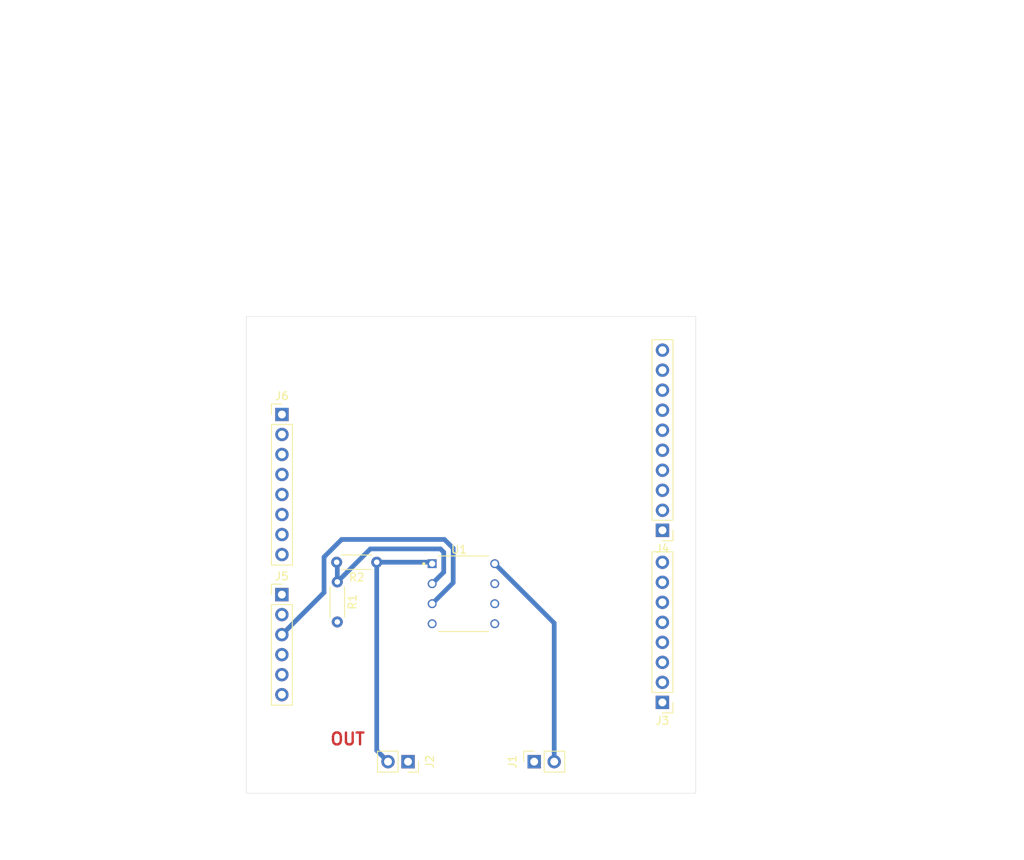
<source format=kicad_pcb>
(kicad_pcb (version 20241229) (generator "pcbnew") (generator_version "9.0")
  (layers (0 "F.Cu" signal) (2 "B.Cu" signal) (13 "F.Paste" user) (15 "B.Paste" user) (5 "F.SilkS" user "F.Silkscreen") (7 "B.SilkS" user "B.Silkscreen") (1 "F.Mask" user) (3 "B.Mask" user) (25 "Edge.Cuts" user))
  (net 0 "")
  (net 1 "GND")
  (net 2 "Net-(J1-Pin_2)")
  (net 3 "Net-(J2-Pin_2)")
  (net 24 "Analog OUT")
  (net 34 "Net-(U1A--)")
  (footprint "Resistor_THT:R_Axial_DIN0204_L3.6mm_D1.6mm_P5.08mm_Horizontal" (layer "F.Cu") (at 160.03 108.19 -90)
    (property "Reference" "R1" (at 2.54 -1.92 90) (layer "F.SilkS"))
    (property "Value" "27k")
    (fp_line (start 0.62 0.92) (end 4.46 0.92) (stroke (width 0.12)) (layer "F.SilkS"))
    (fp_line (start 0.62 -0.92) (end 4.46 -0.92) (stroke (width 0.12)) (layer "F.SilkS"))
    (pad "1" thru_hole circle (at 0 0 270) (size 1.4 1.4) (drill 0.7) (layers "*.Cu" "*.Mask") (net 34 "Net-(U1A--)"))
    (pad "2" thru_hole oval (at 5.08 0 270) (size 1.4 1.4) (drill 0.7) (layers "*.Cu" "*.Mask") (net 1 "GND"))
  )
  (footprint "Resistor_THT:R_Axial_DIN0204_L3.6mm_D1.6mm_P5.08mm_Horizontal" (layer "F.Cu") (at 165.03 105.69 180)
    (property "Reference" "R2" (at 2.54 -1.92 0) (layer "F.SilkS"))
    (property "Value" "10k")
    (fp_line (start 0.62 0.92) (end 4.46 0.92) (stroke (width 0.12)) (layer "F.SilkS"))
    (fp_line (start 0.62 -0.92) (end 4.46 -0.92) (stroke (width 0.12)) (layer "F.SilkS"))
    (pad "1" thru_hole circle (at 0 0 180) (size 1.4 1.4) (drill 0.7) (layers "*.Cu" "*.Mask") (net 3 "Net-(J2-Pin_2)"))
    (pad "2" thru_hole oval (at 5.08 0 180) (size 1.4 1.4) (drill 0.7) (layers "*.Cu" "*.Mask") (net 34 "Net-(U1A--)"))
  )
  (footprint "Connector_PinSocket_2.54mm:PinSocket_1x02_P2.54mm_Vertical" (layer "F.Cu") (at 185 131 90)
    (property "Reference" "J1" (at 0 -2.77 90) (layer "F.SilkS"))
    (property "Value" "ALIM")
    (fp_line (start 1.33 -1.33) (end 1.33 0) (stroke (width 0.12)) (layer "F.SilkS"))
    (fp_line (start 0 -1.33) (end 1.33 -1.33) (stroke (width 0.12)) (layer "F.SilkS"))
    (fp_line (start 1.33 1.27) (end 1.33 3.87) (stroke (width 0.12)) (layer "F.SilkS"))
    (fp_line (start -1.33 1.27) (end 1.33 1.27) (stroke (width 0.12)) (layer "F.SilkS"))
    (fp_line (start -1.33 1.27) (end -1.33 3.87) (stroke (width 0.12)) (layer "F.SilkS"))
    (fp_line (start -1.33 3.87) (end 1.33 3.87) (stroke (width 0.12)) (layer "F.SilkS"))
    (pad "1" thru_hole rect (at 0 0 90) (size 1.7 1.7) (drill 1) (layers "*.Cu" "*.Mask") (net 1 "GND"))
    (pad "2" thru_hole oval (at 0 2.54 90) (size 1.7 1.7) (drill 1) (layers "*.Cu" "*.Mask") (net 2 "Net-(J1-Pin_2)"))
  )
  (footprint "Connector_PinHeader_2.54mm:PinHeader_1x08_P2.54mm_Vertical" (layer "F.Cu") (at 153.01 86.94)
    (property "Reference" "J6" (at 0 -2.33 0) (layer "F.SilkS"))
    (property "Value" "Conn_01x08_Pin")
    (fp_line (start -1.33 -1.33) (end 0 -1.33) (stroke (width 0.12)) (layer "F.SilkS"))
    (fp_line (start -1.33 0) (end -1.33 -1.33) (stroke (width 0.12)) (layer "F.SilkS"))
    (fp_line (start -1.33 1.27) (end -1.33 19.11) (stroke (width 0.12)) (layer "F.SilkS"))
    (fp_line (start -1.33 1.27) (end 1.33 1.27) (stroke (width 0.12)) (layer "F.SilkS"))
    (fp_line (start -1.33 19.11) (end 1.33 19.11) (stroke (width 0.12)) (layer "F.SilkS"))
    (fp_line (start 1.33 1.27) (end 1.33 19.11) (stroke (width 0.12)) (layer "F.SilkS"))
    (pad "1" thru_hole rect (at 0 0) (size 1.7 1.7) (drill 1) (layers "*.Cu" "*.Mask"))
    (pad "2" thru_hole oval (at 0 2.54) (size 1.7 1.7) (drill 1) (layers "*.Cu" "*.Mask"))
    (pad "3" thru_hole oval (at 0 5.08) (size 1.7 1.7) (drill 1) (layers "*.Cu" "*.Mask"))
    (pad "4" thru_hole oval (at 0 7.62) (size 1.7 1.7) (drill 1) (layers "*.Cu" "*.Mask"))
    (pad "5" thru_hole oval (at 0 10.16) (size 1.7 1.7) (drill 1) (layers "*.Cu" "*.Mask"))
    (pad "6" thru_hole oval (at 0 12.7) (size 1.7 1.7) (drill 1) (layers "*.Cu" "*.Mask") (net 1 "GND"))
    (pad "7" thru_hole oval (at 0 15.24) (size 1.7 1.7) (drill 1) (layers "*.Cu" "*.Mask") (net 1 "GND"))
    (pad "8" thru_hole oval (at 0 17.78) (size 1.7 1.7) (drill 1) (layers "*.Cu" "*.Mask"))
  )
  (footprint "Connector_PinHeader_2.54mm:PinHeader_1x08_P2.54mm_Vertical" (layer "F.Cu") (at 201.26 123.48 180)
    (property "Reference" "J3" (at 0 -2.33 0) (layer "F.SilkS"))
    (property "Value" "Conn_01x08_Pin")
    (fp_line (start 1.33 1.27) (end 1.33 19.11) (stroke (width 0.12)) (layer "F.SilkS"))
    (fp_line (start -1.33 19.11) (end 1.33 19.11) (stroke (width 0.12)) (layer "F.SilkS"))
    (fp_line (start -1.33 1.27) (end 1.33 1.27) (stroke (width 0.12)) (layer "F.SilkS"))
    (fp_line (start -1.33 1.27) (end -1.33 19.11) (stroke (width 0.12)) (layer "F.SilkS"))
    (fp_line (start -1.33 0) (end -1.33 -1.33) (stroke (width 0.12)) (layer "F.SilkS"))
    (fp_line (start -1.33 -1.33) (end 0 -1.33) (stroke (width 0.12)) (layer "F.SilkS"))
    (pad "1" thru_hole rect (at 0 0 180) (size 1.7 1.7) (drill 1) (layers "*.Cu" "*.Mask"))
    (pad "2" thru_hole oval (at 0 2.54 180) (size 1.7 1.7) (drill 1) (layers "*.Cu" "*.Mask"))
    (pad "3" thru_hole oval (at 0 5.08 180) (size 1.7 1.7) (drill 1) (layers "*.Cu" "*.Mask"))
    (pad "4" thru_hole oval (at 0 7.62 180) (size 1.7 1.7) (drill 1) (layers "*.Cu" "*.Mask"))
    (pad "5" thru_hole oval (at 0 10.16 180) (size 1.7 1.7) (drill 1) (layers "*.Cu" "*.Mask"))
    (pad "6" thru_hole oval (at 0 12.7 180) (size 1.7 1.7) (drill 1) (layers "*.Cu" "*.Mask"))
    (pad "7" thru_hole oval (at 0 15.24 180) (size 1.7 1.7) (drill 1) (layers "*.Cu" "*.Mask"))
    (pad "8" thru_hole oval (at 0 17.78 180) (size 1.7 1.7) (drill 1) (layers "*.Cu" "*.Mask"))
  )
  (footprint "Connector_PinHeader_2.54mm:PinHeader_1x10_P2.54mm_Vertical" (layer "F.Cu") (at 201.27 101.64 180)
    (property "Reference" "J4" (at 0 -2.33 0) (layer "F.SilkS"))
    (property "Value" "Conn_01x10_Pin")
    (fp_line (start 1.33 1.27) (end 1.33 24.19) (stroke (width 0.12)) (layer "F.SilkS"))
    (fp_line (start -1.33 24.19) (end 1.33 24.19) (stroke (width 0.12)) (layer "F.SilkS"))
    (fp_line (start -1.33 1.27) (end 1.33 1.27) (stroke (width 0.12)) (layer "F.SilkS"))
    (fp_line (start -1.33 1.27) (end -1.33 24.19) (stroke (width 0.12)) (layer "F.SilkS"))
    (fp_line (start -1.33 0) (end -1.33 -1.33) (stroke (width 0.12)) (layer "F.SilkS"))
    (fp_line (start -1.33 -1.33) (end 0 -1.33) (stroke (width 0.12)) (layer "F.SilkS"))
    (pad "1" thru_hole rect (at 0 0 180) (size 1.7 1.7) (drill 1) (layers "*.Cu" "*.Mask"))
    (pad "2" thru_hole oval (at 0 2.54 180) (size 1.7 1.7) (drill 1) (layers "*.Cu" "*.Mask"))
    (pad "3" thru_hole oval (at 0 5.08 180) (size 1.7 1.7) (drill 1) (layers "*.Cu" "*.Mask"))
    (pad "4" thru_hole oval (at 0 7.62 180) (size 1.7 1.7) (drill 1) (layers "*.Cu" "*.Mask"))
    (pad "5" thru_hole oval (at 0 10.16 180) (size 1.7 1.7) (drill 1) (layers "*.Cu" "*.Mask"))
    (pad "6" thru_hole oval (at 0 12.7 180) (size 1.7 1.7) (drill 1) (layers "*.Cu" "*.Mask"))
    (pad "7" thru_hole oval (at 0 15.24 180) (size 1.7 1.7) (drill 1) (layers "*.Cu" "*.Mask"))
    (pad "8" thru_hole oval (at 0 17.78 180) (size 1.7 1.7) (drill 1) (layers "*.Cu" "*.Mask"))
    (pad "9" thru_hole oval (at 0 20.32 180) (size 1.7 1.7) (drill 1) (layers "*.Cu" "*.Mask"))
    (pad "10" thru_hole oval (at 0 22.86 180) (size 1.7 1.7) (drill 1) (layers "*.Cu" "*.Mask"))
  )
  (footprint "Connector_PinSocket_2.54mm:PinSocket_1x02_P2.54mm_Vertical" (layer "F.Cu") (at 169 131 -90)
    (property "Reference" "J2" (at 0 -2.77 90) (layer "F.SilkS"))
    (property "Value" "OUT")
    (fp_line (start -1.33 3.87) (end 1.33 3.87) (stroke (width 0.12)) (layer "F.SilkS"))
    (fp_line (start -1.33 1.27) (end -1.33 3.87) (stroke (width 0.12)) (layer "F.SilkS"))
    (fp_line (start -1.33 1.27) (end 1.33 1.27) (stroke (width 0.12)) (layer "F.SilkS"))
    (fp_line (start 1.33 1.27) (end 1.33 3.87) (stroke (width 0.12)) (layer "F.SilkS"))
    (fp_line (start 0 -1.33) (end 1.33 -1.33) (stroke (width 0.12)) (layer "F.SilkS"))
    (fp_line (start 1.33 -1.33) (end 1.33 0) (stroke (width 0.12)) (layer "F.SilkS"))
    (pad "1" thru_hole rect (at 0 0 270) (size 1.7 1.7) (drill 1) (layers "*.Cu" "*.Mask") (net 1 "GND"))
    (pad "2" thru_hole oval (at 0 2.54 270) (size 1.7 1.7) (drill 1) (layers "*.Cu" "*.Mask") (net 3 "Net-(J2-Pin_2)"))
  )
  (footprint "LM358P:LM358P" (layer "F.Cu") (at 176.03 109.69)
    (property "Reference" "U1" (at -0.565 -5.607 0) (layer "F.SilkS"))
    (property "Value" "LM358")
    (fp_line (start -3.175 -4.795) (end 3.175 -4.795) (stroke (width 0.127)) (layer "F.SilkS"))
    (fp_line (start -3.175 4.795) (end 3.175 4.795) (stroke (width 0.127)) (layer "F.SilkS"))
    (fp_circle (center -5.035 -3.81) (end -4.935 -3.81) (stroke (width 0.2)) (fill no) (layer "F.SilkS"))
    (pad "1" thru_hole rect (at -3.97 -3.81) (size 1.13 1.13) (drill 0.78) (layers "*.Cu" "*.Mask") (net 3 "Net-(J2-Pin_2)"))
    (pad "2" thru_hole circle (at -3.97 -1.27) (size 1.13 1.13) (drill 0.78) (layers "*.Cu" "*.Mask") (net 34 "Net-(U1A--)"))
    (pad "3" thru_hole circle (at -3.97 1.27) (size 1.13 1.13) (drill 0.78) (layers "*.Cu" "*.Mask") (net 24 "Analog OUT"))
    (pad "4" thru_hole circle (at -3.97 3.81) (size 1.13 1.13) (drill 0.78) (layers "*.Cu" "*.Mask") (net 1 "GND"))
    (pad "5" thru_hole circle (at 3.97 3.81) (size 1.13 1.13) (drill 0.78) (layers "*.Cu" "*.Mask"))
    (pad "6" thru_hole circle (at 3.97 1.27) (size 1.13 1.13) (drill 0.78) (layers "*.Cu" "*.Mask"))
    (pad "7" thru_hole circle (at 3.97 -1.27) (size 1.13 1.13) (drill 0.78) (layers "*.Cu" "*.Mask"))
    (pad "8" thru_hole circle (at 3.97 -3.81) (size 1.13 1.13) (drill 0.78) (layers "*.Cu" "*.Mask") (net 2 "Net-(J1-Pin_2)"))
  )
  (footprint "Connector_PinHeader_2.54mm:PinHeader_1x06_P2.54mm_Vertical" (layer "F.Cu") (at 153 109.8)
    (property "Reference" "J5" (at 0 -2.33 0) (layer "F.SilkS"))
    (property "Value" "Conn_01x06_Pin")
    (fp_line (start -1.33 -1.33) (end 0 -1.33) (stroke (width 0.12)) (layer "F.SilkS"))
    (fp_line (start -1.33 0) (end -1.33 -1.33) (stroke (width 0.12)) (layer "F.SilkS"))
    (fp_line (start -1.33 1.27) (end -1.33 14.03) (stroke (width 0.12)) (layer "F.SilkS"))
    (fp_line (start -1.33 1.27) (end 1.33 1.27) (stroke (width 0.12)) (layer "F.SilkS"))
    (fp_line (start -1.33 14.03) (end 1.33 14.03) (stroke (width 0.12)) (layer "F.SilkS"))
    (fp_line (start 1.33 1.27) (end 1.33 14.03) (stroke (width 0.12)) (layer "F.SilkS"))
    (pad "1" thru_hole rect (at 0 0) (size 1.7 1.7) (drill 1) (layers "*.Cu" "*.Mask"))
    (pad "2" thru_hole oval (at 0 2.54) (size 1.7 1.7) (drill 1) (layers "*.Cu" "*.Mask"))
    (pad "3" thru_hole oval (at 0 5.08) (size 1.7 1.7) (drill 1) (layers "*.Cu" "*.Mask") (net 24 "Analog OUT"))
    (pad "4" thru_hole oval (at 0 7.62) (size 1.7 1.7) (drill 1) (layers "*.Cu" "*.Mask"))
    (pad "5" thru_hole oval (at 0 10.16) (size 1.7 1.7) (drill 1) (layers "*.Cu" "*.Mask"))
    (pad "6" thru_hole oval (at 0 12.7) (size 1.7 1.7) (drill 1) (layers "*.Cu" "*.Mask"))
  )
  (gr_rect (start 148.5 74.5) (end 205.5 135) (stroke (width 0.05)) (fill no) (layer "Edge.Cuts"))
  (gr_text "OUT" (at 159 129 0) (layer "F.Cu") (effects (font (size 1.5 1.5) (thickness 0.3) (bold yes)) (justify left bottom)))
  (segment (start 180 105.88) (end 187.54 113.42) (width 0.6) (layer "B.Cu") (net 2))
  (segment (start 187.54 113.42) (end 187.54 131) (width 0.6) (layer "B.Cu") (net 2))
  (segment (start 171.87 105.69) (end 172.06 105.88) (width 0.6) (layer "B.Cu") (net 3))
  (segment (start 165.03 105.69) (end 171.87 105.69) (width 0.6) (layer "B.Cu") (net 3))
  (segment (start 165.03 129.57) (end 166.46 131) (width 0.6) (layer "B.Cu") (net 3))
  (segment (start 165.03 105.69) (end 165.03 129.57) (width 0.6) (layer "B.Cu") (net 3))
  (segment (start 158.349 105.026844) (end 158.349 109.531) (width 0.6) (layer "B.Cu") (net 24))
  (segment (start 172.06 110.96) (end 174.727 108.293) (width 0.6) (layer "B.Cu") (net 24))
  (segment (start 160.576844 102.799) (end 158.349 105.026844) (width 0.6) (layer "B.Cu") (net 24))
  (segment (start 174.727 103.91653) (end 173.60947 102.799) (width 0.6) (layer "B.Cu") (net 24))
  (segment (start 158.349 109.531) (end 153 114.88) (width 0.6) (layer "B.Cu") (net 24))
  (segment (start 174.727 108.293) (end 174.727 103.91653) (width 0.6) (layer "B.Cu") (net 24))
  (segment (start 173.60947 102.799) (end 160.576844 102.799) (width 0.6) (layer "B.Cu") (net 24))
  (segment (start 164.22 104) (end 173.112 104) (width 0.6) (layer "B.Cu") (net 34))
  (segment (start 160.03 108.19) (end 160.03 105.77) (width 0.6) (layer "B.Cu") (net 34))
  (segment (start 173.526 106.954) (end 172.06 108.42) (width 0.6) (layer "B.Cu") (net 34))
  (segment (start 160.03 105.77) (end 159.95 105.69) (width 0.6) (layer "B.Cu") (net 34))
  (segment (start 160.03 108.19) (end 164.22 104) (width 0.6) (layer "B.Cu") (net 34))
  (segment (start 173.112 104) (end 173.526 104.414) (width 0.6) (layer "B.Cu") (net 34))
  (segment (start 173.526 104.414) (end 173.526 106.954) (width 0.6) (layer "B.Cu") (net 34))
)
</source>
